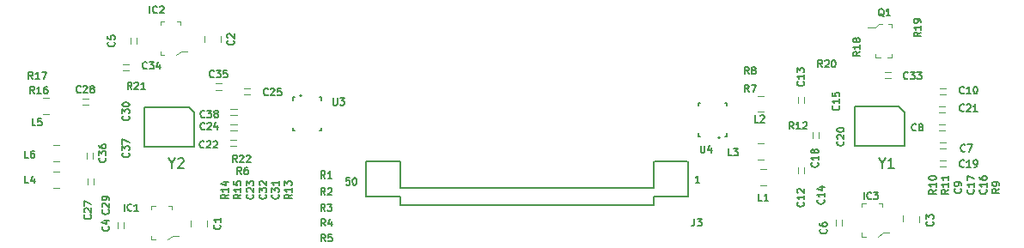
<source format=gbr>
G04 #@! TF.GenerationSoftware,KiCad,Pcbnew,5.1.5+dfsg1-2*
G04 #@! TF.CreationDate,2019-11-29T08:26:34+00:00*
G04 #@! TF.ProjectId,OV9281-Dual-Camera-Board,4f563932-3831-42d4-9475-616c2d43616d,rev?*
G04 #@! TF.SameCoordinates,Original*
G04 #@! TF.FileFunction,Legend,Top*
G04 #@! TF.FilePolarity,Positive*
%FSLAX46Y46*%
G04 Gerber Fmt 4.6, Leading zero omitted, Abs format (unit mm)*
G04 Created by KiCad (PCBNEW 5.1.5+dfsg1-2) date 2019-11-29 08:26:34*
%MOMM*%
%LPD*%
G04 APERTURE LIST*
%ADD10C,0.150000*%
%ADD11C,0.100000*%
%ADD12C,0.120000*%
%ADD13C,0.200000*%
G04 APERTURE END LIST*
D10*
X167020000Y-118026666D02*
X166620000Y-118026666D01*
X166820000Y-118026666D02*
X166820000Y-117326666D01*
X166753333Y-117426666D01*
X166686666Y-117493333D01*
X166620000Y-117526666D01*
X132523333Y-117556666D02*
X132190000Y-117556666D01*
X132156666Y-117890000D01*
X132190000Y-117856666D01*
X132256666Y-117823333D01*
X132423333Y-117823333D01*
X132490000Y-117856666D01*
X132523333Y-117890000D01*
X132556666Y-117956666D01*
X132556666Y-118123333D01*
X132523333Y-118190000D01*
X132490000Y-118223333D01*
X132423333Y-118256666D01*
X132256666Y-118256666D01*
X132190000Y-118223333D01*
X132156666Y-118190000D01*
X132990000Y-117556666D02*
X133056666Y-117556666D01*
X133123333Y-117590000D01*
X133156666Y-117623333D01*
X133190000Y-117690000D01*
X133223333Y-117823333D01*
X133223333Y-117990000D01*
X133190000Y-118123333D01*
X133156666Y-118190000D01*
X133123333Y-118223333D01*
X133056666Y-118256666D01*
X132990000Y-118256666D01*
X132923333Y-118223333D01*
X132890000Y-118190000D01*
X132856666Y-118123333D01*
X132823333Y-117990000D01*
X132823333Y-117823333D01*
X132856666Y-117690000D01*
X132890000Y-117623333D01*
X132923333Y-117590000D01*
X132990000Y-117556666D01*
X137500000Y-119400000D02*
X137500000Y-120225000D01*
X162500000Y-119400000D02*
X162500000Y-120225000D01*
X134190000Y-119400000D02*
X137500000Y-119400000D01*
X165830000Y-119400000D02*
X162500000Y-119400000D01*
X134160000Y-115960000D02*
X134160000Y-119400000D01*
X165860000Y-115950000D02*
X165860000Y-119400000D01*
X137500000Y-115960000D02*
X134160000Y-115960000D01*
X162560000Y-115920000D02*
X165840000Y-115920000D01*
X137500000Y-118575000D02*
X137500000Y-115990000D01*
X162500000Y-118575000D02*
X162500000Y-115920000D01*
X162500000Y-118575000D02*
X137500000Y-118575000D01*
X162500000Y-120225000D02*
X137500000Y-120225000D01*
D11*
X113006000Y-120324000D02*
X113356000Y-120324000D01*
X113006000Y-120674000D02*
X113006000Y-120324000D01*
X115006000Y-120324000D02*
X115006000Y-120674000D01*
X114656000Y-120324000D02*
X115006000Y-120324000D01*
X113006000Y-123624000D02*
X113356000Y-123624000D01*
X113006000Y-123274000D02*
X113006000Y-123624000D01*
X115056000Y-123274000D02*
X114606000Y-123624000D01*
X115656000Y-123274000D02*
X115056000Y-123274000D01*
D12*
X187078000Y-121890000D02*
X187078000Y-121290000D01*
X188678000Y-121910000D02*
X188678000Y-121310000D01*
X118456000Y-121774000D02*
X118456000Y-122374000D01*
X116856000Y-121754000D02*
X116856000Y-122354000D01*
X119794000Y-103594000D02*
X119794000Y-104194000D01*
X118194000Y-103574000D02*
X118194000Y-104174000D01*
X180428000Y-122240000D02*
X180428000Y-121640000D01*
X181028000Y-122240000D02*
X181028000Y-121640000D01*
X110967797Y-104340280D02*
X110967797Y-103740280D01*
X111567797Y-104340280D02*
X111567797Y-103740280D01*
X109656000Y-122524000D02*
X109656000Y-121924000D01*
X110256000Y-122524000D02*
X110256000Y-121924000D01*
D11*
X183028000Y-120040000D02*
X183378000Y-120040000D01*
X183028000Y-120390000D02*
X183028000Y-120040000D01*
X185028000Y-120040000D02*
X185028000Y-120390000D01*
X184678000Y-120040000D02*
X185028000Y-120040000D01*
X183028000Y-123340000D02*
X183378000Y-123340000D01*
X183028000Y-122990000D02*
X183028000Y-123340000D01*
X185078000Y-122990000D02*
X184628000Y-123340000D01*
X185678000Y-122990000D02*
X185078000Y-122990000D01*
X184989900Y-102408000D02*
X184714900Y-102408000D01*
X184714900Y-102408000D02*
X184339900Y-102683000D01*
X184339900Y-102683000D02*
X184339900Y-102733000D01*
X184339900Y-102733000D02*
X183564900Y-102733000D01*
X184814900Y-105708000D02*
X184339900Y-105708000D01*
X184339900Y-105708000D02*
X184339900Y-105358000D01*
X185989900Y-105483000D02*
X185989900Y-105358000D01*
X185989900Y-105408000D02*
X185989900Y-105708000D01*
X185989900Y-105708000D02*
X185539900Y-105708000D01*
X185614900Y-102408000D02*
X185989900Y-102408000D01*
X185989900Y-102408000D02*
X185989900Y-102708000D01*
D10*
X169702500Y-110436000D02*
X169702500Y-110136000D01*
X169702500Y-110136000D02*
X169552500Y-110136000D01*
X166902500Y-110436000D02*
X166902500Y-110136000D01*
X166902500Y-110136000D02*
X167102500Y-110136000D01*
X166902500Y-113136000D02*
X166902500Y-113436000D01*
X166902500Y-113436000D02*
X167102500Y-113436000D01*
X169702500Y-113136000D02*
X169702500Y-113436000D01*
X169702500Y-113436000D02*
X169552500Y-113436000D01*
D13*
X169052500Y-113586000D02*
G75*
G03X169052500Y-113586000I-100000J0D01*
G01*
X127810000Y-109450000D02*
G75*
G03X127810000Y-109450000I-100000J0D01*
G01*
D10*
X126960000Y-109600000D02*
X127110000Y-109600000D01*
X126960000Y-109900000D02*
X126960000Y-109600000D01*
X129760000Y-109600000D02*
X129560000Y-109600000D01*
X129760000Y-109900000D02*
X129760000Y-109600000D01*
X129760000Y-112900000D02*
X129560000Y-112900000D01*
X129760000Y-112600000D02*
X129760000Y-112900000D01*
X126960000Y-112900000D02*
X127110000Y-112900000D01*
X126960000Y-112600000D02*
X126960000Y-112900000D01*
D12*
X172730000Y-111050000D02*
X173330000Y-111050000D01*
X172750000Y-109450000D02*
X173350000Y-109450000D01*
X173020000Y-116710000D02*
X173620000Y-116710000D01*
X173000000Y-118310000D02*
X173600000Y-118310000D01*
X172705000Y-115750000D02*
X173305000Y-115750000D01*
X172725000Y-114150000D02*
X173325000Y-114150000D01*
X103310000Y-116950000D02*
X103910000Y-116950000D01*
X103290000Y-118550000D02*
X103890000Y-118550000D01*
X102305000Y-111275000D02*
X102905000Y-111275000D01*
X102325000Y-109675000D02*
X102925000Y-109675000D01*
X103310000Y-114330000D02*
X103910000Y-114330000D01*
X103290000Y-115930000D02*
X103890000Y-115930000D01*
X122100000Y-109320000D02*
X122700000Y-109320000D01*
X122100000Y-108720000D02*
X122700000Y-108720000D01*
X119350000Y-108260000D02*
X119950000Y-108260000D01*
X119350000Y-108860000D02*
X119950000Y-108860000D01*
X185870000Y-107742000D02*
X185270000Y-107742000D01*
X185870000Y-107142000D02*
X185270000Y-107142000D01*
X120800000Y-112850000D02*
X121400000Y-112850000D01*
X120800000Y-112250000D02*
X121400000Y-112250000D01*
X106670000Y-118240000D02*
X106670000Y-117640000D01*
X107270000Y-118240000D02*
X107270000Y-117640000D01*
X106175000Y-110325000D02*
X106775000Y-110325000D01*
X106175000Y-109725000D02*
X106775000Y-109725000D01*
X106650000Y-115700000D02*
X106650000Y-115100000D01*
X107250000Y-115700000D02*
X107250000Y-115100000D01*
X120800000Y-111375000D02*
X121400000Y-111375000D01*
X120800000Y-110775000D02*
X121400000Y-110775000D01*
X176720000Y-117119738D02*
X176720000Y-116519738D01*
X177320000Y-117119738D02*
X177320000Y-116519738D01*
X190665000Y-114674281D02*
X191265000Y-114674281D01*
X190665000Y-114074281D02*
X191265000Y-114074281D01*
X190665000Y-108745000D02*
X191265000Y-108745000D01*
X190665000Y-109345000D02*
X191265000Y-109345000D01*
X177320000Y-110160000D02*
X177320000Y-109560000D01*
X176720000Y-110160000D02*
X176720000Y-109560000D01*
X120725000Y-113825000D02*
X121325000Y-113825000D01*
X120725000Y-114425000D02*
X121325000Y-114425000D01*
X178750000Y-113675000D02*
X178750000Y-113075000D01*
X178150000Y-113675000D02*
X178150000Y-113075000D01*
X190665000Y-115850710D02*
X191265000Y-115850710D01*
X190665000Y-116450710D02*
X191265000Y-116450710D01*
X190635000Y-111121427D02*
X191235000Y-111121427D01*
X190635000Y-110521427D02*
X191235000Y-110521427D01*
X190645000Y-112297854D02*
X191245000Y-112297854D01*
X190645000Y-112897854D02*
X191245000Y-112897854D01*
X110790000Y-106380000D02*
X110190000Y-106380000D01*
X110790000Y-106980000D02*
X110190000Y-106980000D01*
D11*
X113867797Y-102140280D02*
X114217797Y-102140280D01*
X113867797Y-102490280D02*
X113867797Y-102140280D01*
X115867797Y-102140280D02*
X115867797Y-102490280D01*
X115517797Y-102140280D02*
X115867797Y-102140280D01*
X113867797Y-105440280D02*
X114217797Y-105440280D01*
X113867797Y-105090280D02*
X113867797Y-105440280D01*
X115917797Y-105090280D02*
X115467797Y-105440280D01*
X116517797Y-105090280D02*
X115917797Y-105090280D01*
D10*
X112266664Y-110560000D02*
X116660000Y-110560000D01*
X112260000Y-114460000D02*
X112260000Y-110560000D01*
X117206664Y-114460000D02*
X112266664Y-114460000D01*
X117210000Y-111110000D02*
X117210000Y-114460000D01*
X116660000Y-110560000D02*
X117210000Y-111110000D01*
X186672500Y-110536000D02*
X187222500Y-111086000D01*
X187222500Y-111086000D02*
X187222500Y-114436000D01*
X187219164Y-114436000D02*
X182279164Y-114436000D01*
X182272500Y-114436000D02*
X182272500Y-110536000D01*
X182279164Y-110536000D02*
X186672500Y-110536000D01*
X166516666Y-121616666D02*
X166516666Y-122116666D01*
X166483333Y-122216666D01*
X166416666Y-122283333D01*
X166316666Y-122316666D01*
X166250000Y-122316666D01*
X166783333Y-121616666D02*
X167216666Y-121616666D01*
X166983333Y-121883333D01*
X167083333Y-121883333D01*
X167150000Y-121916666D01*
X167183333Y-121950000D01*
X167216666Y-122016666D01*
X167216666Y-122183333D01*
X167183333Y-122250000D01*
X167150000Y-122283333D01*
X167083333Y-122316666D01*
X166883333Y-122316666D01*
X166816666Y-122283333D01*
X166783333Y-122250000D01*
X176280000Y-112746666D02*
X176046666Y-112413333D01*
X175880000Y-112746666D02*
X175880000Y-112046666D01*
X176146666Y-112046666D01*
X176213333Y-112080000D01*
X176246666Y-112113333D01*
X176280000Y-112180000D01*
X176280000Y-112280000D01*
X176246666Y-112346666D01*
X176213333Y-112380000D01*
X176146666Y-112413333D01*
X175880000Y-112413333D01*
X176946666Y-112746666D02*
X176546666Y-112746666D01*
X176746666Y-112746666D02*
X176746666Y-112046666D01*
X176680000Y-112146666D01*
X176613333Y-112213333D01*
X176546666Y-112246666D01*
X177213333Y-112113333D02*
X177246666Y-112080000D01*
X177313333Y-112046666D01*
X177480000Y-112046666D01*
X177546666Y-112080000D01*
X177580000Y-112113333D01*
X177613333Y-112180000D01*
X177613333Y-112246666D01*
X177580000Y-112346666D01*
X177180000Y-112746666D01*
X177613333Y-112746666D01*
X121430000Y-116016666D02*
X121196666Y-115683333D01*
X121030000Y-116016666D02*
X121030000Y-115316666D01*
X121296666Y-115316666D01*
X121363333Y-115350000D01*
X121396666Y-115383333D01*
X121430000Y-115450000D01*
X121430000Y-115550000D01*
X121396666Y-115616666D01*
X121363333Y-115650000D01*
X121296666Y-115683333D01*
X121030000Y-115683333D01*
X121696666Y-115383333D02*
X121730000Y-115350000D01*
X121796666Y-115316666D01*
X121963333Y-115316666D01*
X122030000Y-115350000D01*
X122063333Y-115383333D01*
X122096666Y-115450000D01*
X122096666Y-115516666D01*
X122063333Y-115616666D01*
X121663333Y-116016666D01*
X122096666Y-116016666D01*
X122363333Y-115383333D02*
X122396666Y-115350000D01*
X122463333Y-115316666D01*
X122630000Y-115316666D01*
X122696666Y-115350000D01*
X122730000Y-115383333D01*
X122763333Y-115450000D01*
X122763333Y-115516666D01*
X122730000Y-115616666D01*
X122330000Y-116016666D01*
X122763333Y-116016666D01*
X121863333Y-117206666D02*
X121630000Y-116873333D01*
X121463333Y-117206666D02*
X121463333Y-116506666D01*
X121730000Y-116506666D01*
X121796666Y-116540000D01*
X121830000Y-116573333D01*
X121863333Y-116640000D01*
X121863333Y-116740000D01*
X121830000Y-116806666D01*
X121796666Y-116840000D01*
X121730000Y-116873333D01*
X121463333Y-116873333D01*
X122463333Y-116506666D02*
X122330000Y-116506666D01*
X122263333Y-116540000D01*
X122230000Y-116573333D01*
X122163333Y-116673333D01*
X122130000Y-116806666D01*
X122130000Y-117073333D01*
X122163333Y-117140000D01*
X122196666Y-117173333D01*
X122263333Y-117206666D01*
X122396666Y-117206666D01*
X122463333Y-117173333D01*
X122496666Y-117140000D01*
X122530000Y-117073333D01*
X122530000Y-116906666D01*
X122496666Y-116840000D01*
X122463333Y-116806666D01*
X122396666Y-116773333D01*
X122263333Y-116773333D01*
X122196666Y-116806666D01*
X122163333Y-116840000D01*
X122130000Y-116906666D01*
X110316666Y-120816666D02*
X110316666Y-120116666D01*
X111050000Y-120750000D02*
X111016666Y-120783333D01*
X110916666Y-120816666D01*
X110850000Y-120816666D01*
X110750000Y-120783333D01*
X110683333Y-120716666D01*
X110650000Y-120650000D01*
X110616666Y-120516666D01*
X110616666Y-120416666D01*
X110650000Y-120283333D01*
X110683333Y-120216666D01*
X110750000Y-120150000D01*
X110850000Y-120116666D01*
X110916666Y-120116666D01*
X111016666Y-120150000D01*
X111050000Y-120183333D01*
X111716666Y-120816666D02*
X111316666Y-120816666D01*
X111516666Y-120816666D02*
X111516666Y-120116666D01*
X111450000Y-120216666D01*
X111383333Y-120283333D01*
X111316666Y-120316666D01*
X190000000Y-121866666D02*
X190033333Y-121900000D01*
X190066666Y-122000000D01*
X190066666Y-122066666D01*
X190033333Y-122166666D01*
X189966666Y-122233333D01*
X189900000Y-122266666D01*
X189766666Y-122300000D01*
X189666666Y-122300000D01*
X189533333Y-122266666D01*
X189466666Y-122233333D01*
X189400000Y-122166666D01*
X189366666Y-122066666D01*
X189366666Y-122000000D01*
X189400000Y-121900000D01*
X189433333Y-121866666D01*
X189366666Y-121633333D02*
X189366666Y-121200000D01*
X189633333Y-121433333D01*
X189633333Y-121333333D01*
X189666666Y-121266666D01*
X189700000Y-121233333D01*
X189766666Y-121200000D01*
X189933333Y-121200000D01*
X190000000Y-121233333D01*
X190033333Y-121266666D01*
X190066666Y-121333333D01*
X190066666Y-121533333D01*
X190033333Y-121600000D01*
X190000000Y-121633333D01*
X119746000Y-122190666D02*
X119779333Y-122224000D01*
X119812666Y-122324000D01*
X119812666Y-122390666D01*
X119779333Y-122490666D01*
X119712666Y-122557333D01*
X119646000Y-122590666D01*
X119512666Y-122624000D01*
X119412666Y-122624000D01*
X119279333Y-122590666D01*
X119212666Y-122557333D01*
X119146000Y-122490666D01*
X119112666Y-122390666D01*
X119112666Y-122324000D01*
X119146000Y-122224000D01*
X119179333Y-122190666D01*
X119812666Y-121524000D02*
X119812666Y-121924000D01*
X119812666Y-121724000D02*
X119112666Y-121724000D01*
X119212666Y-121790666D01*
X119279333Y-121857333D01*
X119312666Y-121924000D01*
X121084000Y-104010666D02*
X121117333Y-104044000D01*
X121150666Y-104144000D01*
X121150666Y-104210666D01*
X121117333Y-104310666D01*
X121050666Y-104377333D01*
X120984000Y-104410666D01*
X120850666Y-104444000D01*
X120750666Y-104444000D01*
X120617333Y-104410666D01*
X120550666Y-104377333D01*
X120484000Y-104310666D01*
X120450666Y-104210666D01*
X120450666Y-104144000D01*
X120484000Y-104044000D01*
X120517333Y-104010666D01*
X120517333Y-103744000D02*
X120484000Y-103710666D01*
X120450666Y-103644000D01*
X120450666Y-103477333D01*
X120484000Y-103410666D01*
X120517333Y-103377333D01*
X120584000Y-103344000D01*
X120650666Y-103344000D01*
X120750666Y-103377333D01*
X121150666Y-103777333D01*
X121150666Y-103344000D01*
X179500000Y-122616666D02*
X179533333Y-122650000D01*
X179566666Y-122750000D01*
X179566666Y-122816666D01*
X179533333Y-122916666D01*
X179466666Y-122983333D01*
X179400000Y-123016666D01*
X179266666Y-123050000D01*
X179166666Y-123050000D01*
X179033333Y-123016666D01*
X178966666Y-122983333D01*
X178900000Y-122916666D01*
X178866666Y-122816666D01*
X178866666Y-122750000D01*
X178900000Y-122650000D01*
X178933333Y-122616666D01*
X178866666Y-122016666D02*
X178866666Y-122150000D01*
X178900000Y-122216666D01*
X178933333Y-122250000D01*
X179033333Y-122316666D01*
X179166666Y-122350000D01*
X179433333Y-122350000D01*
X179500000Y-122316666D01*
X179533333Y-122283333D01*
X179566666Y-122216666D01*
X179566666Y-122083333D01*
X179533333Y-122016666D01*
X179500000Y-121983333D01*
X179433333Y-121950000D01*
X179266666Y-121950000D01*
X179200000Y-121983333D01*
X179166666Y-122016666D01*
X179133333Y-122083333D01*
X179133333Y-122216666D01*
X179166666Y-122283333D01*
X179200000Y-122316666D01*
X179266666Y-122350000D01*
X109317797Y-104156946D02*
X109351130Y-104190280D01*
X109384463Y-104290280D01*
X109384463Y-104356946D01*
X109351130Y-104456946D01*
X109284463Y-104523613D01*
X109217797Y-104556946D01*
X109084463Y-104590280D01*
X108984463Y-104590280D01*
X108851130Y-104556946D01*
X108784463Y-104523613D01*
X108717797Y-104456946D01*
X108684463Y-104356946D01*
X108684463Y-104290280D01*
X108717797Y-104190280D01*
X108751130Y-104156946D01*
X108684463Y-103523613D02*
X108684463Y-103856946D01*
X109017797Y-103890280D01*
X108984463Y-103856946D01*
X108951130Y-103790280D01*
X108951130Y-103623613D01*
X108984463Y-103556946D01*
X109017797Y-103523613D01*
X109084463Y-103490280D01*
X109251130Y-103490280D01*
X109317797Y-103523613D01*
X109351130Y-103556946D01*
X109384463Y-103623613D01*
X109384463Y-103790280D01*
X109351130Y-103856946D01*
X109317797Y-103890280D01*
X108750000Y-122340666D02*
X108783333Y-122374000D01*
X108816666Y-122474000D01*
X108816666Y-122540666D01*
X108783333Y-122640666D01*
X108716666Y-122707333D01*
X108650000Y-122740666D01*
X108516666Y-122774000D01*
X108416666Y-122774000D01*
X108283333Y-122740666D01*
X108216666Y-122707333D01*
X108150000Y-122640666D01*
X108116666Y-122540666D01*
X108116666Y-122474000D01*
X108150000Y-122374000D01*
X108183333Y-122340666D01*
X108350000Y-121740666D02*
X108816666Y-121740666D01*
X108083333Y-121907333D02*
X108583333Y-122074000D01*
X108583333Y-121640666D01*
X183216666Y-119666666D02*
X183216666Y-118966666D01*
X183950000Y-119600000D02*
X183916666Y-119633333D01*
X183816666Y-119666666D01*
X183750000Y-119666666D01*
X183650000Y-119633333D01*
X183583333Y-119566666D01*
X183550000Y-119500000D01*
X183516666Y-119366666D01*
X183516666Y-119266666D01*
X183550000Y-119133333D01*
X183583333Y-119066666D01*
X183650000Y-119000000D01*
X183750000Y-118966666D01*
X183816666Y-118966666D01*
X183916666Y-119000000D01*
X183950000Y-119033333D01*
X184183333Y-118966666D02*
X184616666Y-118966666D01*
X184383333Y-119233333D01*
X184483333Y-119233333D01*
X184550000Y-119266666D01*
X184583333Y-119300000D01*
X184616666Y-119366666D01*
X184616666Y-119533333D01*
X184583333Y-119600000D01*
X184550000Y-119633333D01*
X184483333Y-119666666D01*
X184283333Y-119666666D01*
X184216666Y-119633333D01*
X184183333Y-119600000D01*
X130113333Y-117596666D02*
X129880000Y-117263333D01*
X129713333Y-117596666D02*
X129713333Y-116896666D01*
X129980000Y-116896666D01*
X130046666Y-116930000D01*
X130080000Y-116963333D01*
X130113333Y-117030000D01*
X130113333Y-117130000D01*
X130080000Y-117196666D01*
X130046666Y-117230000D01*
X129980000Y-117263333D01*
X129713333Y-117263333D01*
X130780000Y-117596666D02*
X130380000Y-117596666D01*
X130580000Y-117596666D02*
X130580000Y-116896666D01*
X130513333Y-116996666D01*
X130446666Y-117063333D01*
X130380000Y-117096666D01*
X130113333Y-119256666D02*
X129880000Y-118923333D01*
X129713333Y-119256666D02*
X129713333Y-118556666D01*
X129980000Y-118556666D01*
X130046666Y-118590000D01*
X130080000Y-118623333D01*
X130113333Y-118690000D01*
X130113333Y-118790000D01*
X130080000Y-118856666D01*
X130046666Y-118890000D01*
X129980000Y-118923333D01*
X129713333Y-118923333D01*
X130380000Y-118623333D02*
X130413333Y-118590000D01*
X130480000Y-118556666D01*
X130646666Y-118556666D01*
X130713333Y-118590000D01*
X130746666Y-118623333D01*
X130780000Y-118690000D01*
X130780000Y-118756666D01*
X130746666Y-118856666D01*
X130346666Y-119256666D01*
X130780000Y-119256666D01*
X130113333Y-120816666D02*
X129880000Y-120483333D01*
X129713333Y-120816666D02*
X129713333Y-120116666D01*
X129980000Y-120116666D01*
X130046666Y-120150000D01*
X130080000Y-120183333D01*
X130113333Y-120250000D01*
X130113333Y-120350000D01*
X130080000Y-120416666D01*
X130046666Y-120450000D01*
X129980000Y-120483333D01*
X129713333Y-120483333D01*
X130346666Y-120116666D02*
X130780000Y-120116666D01*
X130546666Y-120383333D01*
X130646666Y-120383333D01*
X130713333Y-120416666D01*
X130746666Y-120450000D01*
X130780000Y-120516666D01*
X130780000Y-120683333D01*
X130746666Y-120750000D01*
X130713333Y-120783333D01*
X130646666Y-120816666D01*
X130446666Y-120816666D01*
X130380000Y-120783333D01*
X130346666Y-120750000D01*
X130133333Y-122316666D02*
X129900000Y-121983333D01*
X129733333Y-122316666D02*
X129733333Y-121616666D01*
X130000000Y-121616666D01*
X130066666Y-121650000D01*
X130100000Y-121683333D01*
X130133333Y-121750000D01*
X130133333Y-121850000D01*
X130100000Y-121916666D01*
X130066666Y-121950000D01*
X130000000Y-121983333D01*
X129733333Y-121983333D01*
X130733333Y-121850000D02*
X130733333Y-122316666D01*
X130566666Y-121583333D02*
X130400000Y-122083333D01*
X130833333Y-122083333D01*
X130133333Y-123816666D02*
X129900000Y-123483333D01*
X129733333Y-123816666D02*
X129733333Y-123116666D01*
X130000000Y-123116666D01*
X130066666Y-123150000D01*
X130100000Y-123183333D01*
X130133333Y-123250000D01*
X130133333Y-123350000D01*
X130100000Y-123416666D01*
X130066666Y-123450000D01*
X130000000Y-123483333D01*
X129733333Y-123483333D01*
X130766666Y-123116666D02*
X130433333Y-123116666D01*
X130400000Y-123450000D01*
X130433333Y-123416666D01*
X130500000Y-123383333D01*
X130666666Y-123383333D01*
X130733333Y-123416666D01*
X130766666Y-123450000D01*
X130800000Y-123516666D01*
X130800000Y-123683333D01*
X130766666Y-123750000D01*
X130733333Y-123783333D01*
X130666666Y-123816666D01*
X130500000Y-123816666D01*
X130433333Y-123783333D01*
X130400000Y-123750000D01*
X185183333Y-101633333D02*
X185116666Y-101600000D01*
X185050000Y-101533333D01*
X184950000Y-101433333D01*
X184883333Y-101400000D01*
X184816666Y-101400000D01*
X184850000Y-101566666D02*
X184783333Y-101533333D01*
X184716666Y-101466666D01*
X184683333Y-101333333D01*
X184683333Y-101100000D01*
X184716666Y-100966666D01*
X184783333Y-100900000D01*
X184850000Y-100866666D01*
X184983333Y-100866666D01*
X185050000Y-100900000D01*
X185116666Y-100966666D01*
X185150000Y-101100000D01*
X185150000Y-101333333D01*
X185116666Y-101466666D01*
X185050000Y-101533333D01*
X184983333Y-101566666D01*
X184850000Y-101566666D01*
X185816666Y-101566666D02*
X185416666Y-101566666D01*
X185616666Y-101566666D02*
X185616666Y-100866666D01*
X185550000Y-100966666D01*
X185483333Y-101033333D01*
X185416666Y-101066666D01*
X167116666Y-114366666D02*
X167116666Y-114933333D01*
X167150000Y-115000000D01*
X167183333Y-115033333D01*
X167250000Y-115066666D01*
X167383333Y-115066666D01*
X167450000Y-115033333D01*
X167483333Y-115000000D01*
X167516666Y-114933333D01*
X167516666Y-114366666D01*
X168150000Y-114600000D02*
X168150000Y-115066666D01*
X167983333Y-114333333D02*
X167816666Y-114833333D01*
X168250000Y-114833333D01*
X130906666Y-109686666D02*
X130906666Y-110253333D01*
X130940000Y-110320000D01*
X130973333Y-110353333D01*
X131040000Y-110386666D01*
X131173333Y-110386666D01*
X131240000Y-110353333D01*
X131273333Y-110320000D01*
X131306666Y-110253333D01*
X131306666Y-109686666D01*
X131573333Y-109686666D02*
X132006666Y-109686666D01*
X131773333Y-109953333D01*
X131873333Y-109953333D01*
X131940000Y-109986666D01*
X131973333Y-110020000D01*
X132006666Y-110086666D01*
X132006666Y-110253333D01*
X131973333Y-110320000D01*
X131940000Y-110353333D01*
X131873333Y-110386666D01*
X131673333Y-110386666D01*
X131606666Y-110353333D01*
X131573333Y-110320000D01*
X172808333Y-112091666D02*
X172475000Y-112091666D01*
X172475000Y-111391666D01*
X173008333Y-111458333D02*
X173041666Y-111425000D01*
X173108333Y-111391666D01*
X173275000Y-111391666D01*
X173341666Y-111425000D01*
X173375000Y-111458333D01*
X173408333Y-111525000D01*
X173408333Y-111591666D01*
X173375000Y-111691666D01*
X172975000Y-112091666D01*
X173408333Y-112091666D01*
X173203333Y-119816666D02*
X172870000Y-119816666D01*
X172870000Y-119116666D01*
X173803333Y-119816666D02*
X173403333Y-119816666D01*
X173603333Y-119816666D02*
X173603333Y-119116666D01*
X173536666Y-119216666D01*
X173470000Y-119283333D01*
X173403333Y-119316666D01*
X170208333Y-115366666D02*
X169875000Y-115366666D01*
X169875000Y-114666666D01*
X170375000Y-114666666D02*
X170808333Y-114666666D01*
X170575000Y-114933333D01*
X170675000Y-114933333D01*
X170741666Y-114966666D01*
X170775000Y-115000000D01*
X170808333Y-115066666D01*
X170808333Y-115233333D01*
X170775000Y-115300000D01*
X170741666Y-115333333D01*
X170675000Y-115366666D01*
X170475000Y-115366666D01*
X170408333Y-115333333D01*
X170375000Y-115300000D01*
X100883333Y-118066666D02*
X100550000Y-118066666D01*
X100550000Y-117366666D01*
X101416666Y-117600000D02*
X101416666Y-118066666D01*
X101250000Y-117333333D02*
X101083333Y-117833333D01*
X101516666Y-117833333D01*
X101583333Y-112391666D02*
X101250000Y-112391666D01*
X101250000Y-111691666D01*
X102150000Y-111691666D02*
X101816666Y-111691666D01*
X101783333Y-112025000D01*
X101816666Y-111991666D01*
X101883333Y-111958333D01*
X102050000Y-111958333D01*
X102116666Y-111991666D01*
X102150000Y-112025000D01*
X102183333Y-112091666D01*
X102183333Y-112258333D01*
X102150000Y-112325000D01*
X102116666Y-112358333D01*
X102050000Y-112391666D01*
X101883333Y-112391666D01*
X101816666Y-112358333D01*
X101783333Y-112325000D01*
X100883333Y-115566666D02*
X100550000Y-115566666D01*
X100550000Y-114866666D01*
X101416666Y-114866666D02*
X101283333Y-114866666D01*
X101216666Y-114900000D01*
X101183333Y-114933333D01*
X101116666Y-115033333D01*
X101083333Y-115166666D01*
X101083333Y-115433333D01*
X101116666Y-115500000D01*
X101150000Y-115533333D01*
X101216666Y-115566666D01*
X101350000Y-115566666D01*
X101416666Y-115533333D01*
X101450000Y-115500000D01*
X101483333Y-115433333D01*
X101483333Y-115266666D01*
X101450000Y-115200000D01*
X101416666Y-115166666D01*
X101350000Y-115133333D01*
X101216666Y-115133333D01*
X101150000Y-115166666D01*
X101116666Y-115200000D01*
X101083333Y-115266666D01*
X124480000Y-109350000D02*
X124446666Y-109383333D01*
X124346666Y-109416666D01*
X124280000Y-109416666D01*
X124180000Y-109383333D01*
X124113333Y-109316666D01*
X124080000Y-109250000D01*
X124046666Y-109116666D01*
X124046666Y-109016666D01*
X124080000Y-108883333D01*
X124113333Y-108816666D01*
X124180000Y-108750000D01*
X124280000Y-108716666D01*
X124346666Y-108716666D01*
X124446666Y-108750000D01*
X124480000Y-108783333D01*
X124746666Y-108783333D02*
X124780000Y-108750000D01*
X124846666Y-108716666D01*
X125013333Y-108716666D01*
X125080000Y-108750000D01*
X125113333Y-108783333D01*
X125146666Y-108850000D01*
X125146666Y-108916666D01*
X125113333Y-109016666D01*
X124713333Y-109416666D01*
X125146666Y-109416666D01*
X125780000Y-108716666D02*
X125446666Y-108716666D01*
X125413333Y-109050000D01*
X125446666Y-109016666D01*
X125513333Y-108983333D01*
X125680000Y-108983333D01*
X125746666Y-109016666D01*
X125780000Y-109050000D01*
X125813333Y-109116666D01*
X125813333Y-109283333D01*
X125780000Y-109350000D01*
X125746666Y-109383333D01*
X125680000Y-109416666D01*
X125513333Y-109416666D01*
X125446666Y-109383333D01*
X125413333Y-109350000D01*
X119150000Y-107590000D02*
X119116666Y-107623333D01*
X119016666Y-107656666D01*
X118950000Y-107656666D01*
X118850000Y-107623333D01*
X118783333Y-107556666D01*
X118750000Y-107490000D01*
X118716666Y-107356666D01*
X118716666Y-107256666D01*
X118750000Y-107123333D01*
X118783333Y-107056666D01*
X118850000Y-106990000D01*
X118950000Y-106956666D01*
X119016666Y-106956666D01*
X119116666Y-106990000D01*
X119150000Y-107023333D01*
X119383333Y-106956666D02*
X119816666Y-106956666D01*
X119583333Y-107223333D01*
X119683333Y-107223333D01*
X119750000Y-107256666D01*
X119783333Y-107290000D01*
X119816666Y-107356666D01*
X119816666Y-107523333D01*
X119783333Y-107590000D01*
X119750000Y-107623333D01*
X119683333Y-107656666D01*
X119483333Y-107656666D01*
X119416666Y-107623333D01*
X119383333Y-107590000D01*
X120450000Y-106956666D02*
X120116666Y-106956666D01*
X120083333Y-107290000D01*
X120116666Y-107256666D01*
X120183333Y-107223333D01*
X120350000Y-107223333D01*
X120416666Y-107256666D01*
X120450000Y-107290000D01*
X120483333Y-107356666D01*
X120483333Y-107523333D01*
X120450000Y-107590000D01*
X120416666Y-107623333D01*
X120350000Y-107656666D01*
X120183333Y-107656666D01*
X120116666Y-107623333D01*
X120083333Y-107590000D01*
X187550000Y-107750000D02*
X187516666Y-107783333D01*
X187416666Y-107816666D01*
X187350000Y-107816666D01*
X187250000Y-107783333D01*
X187183333Y-107716666D01*
X187150000Y-107650000D01*
X187116666Y-107516666D01*
X187116666Y-107416666D01*
X187150000Y-107283333D01*
X187183333Y-107216666D01*
X187250000Y-107150000D01*
X187350000Y-107116666D01*
X187416666Y-107116666D01*
X187516666Y-107150000D01*
X187550000Y-107183333D01*
X187783333Y-107116666D02*
X188216666Y-107116666D01*
X187983333Y-107383333D01*
X188083333Y-107383333D01*
X188150000Y-107416666D01*
X188183333Y-107450000D01*
X188216666Y-107516666D01*
X188216666Y-107683333D01*
X188183333Y-107750000D01*
X188150000Y-107783333D01*
X188083333Y-107816666D01*
X187883333Y-107816666D01*
X187816666Y-107783333D01*
X187783333Y-107750000D01*
X188450000Y-107116666D02*
X188883333Y-107116666D01*
X188650000Y-107383333D01*
X188750000Y-107383333D01*
X188816666Y-107416666D01*
X188850000Y-107450000D01*
X188883333Y-107516666D01*
X188883333Y-107683333D01*
X188850000Y-107750000D01*
X188816666Y-107783333D01*
X188750000Y-107816666D01*
X188550000Y-107816666D01*
X188483333Y-107783333D01*
X188450000Y-107750000D01*
X118250000Y-112735000D02*
X118216666Y-112768333D01*
X118116666Y-112801666D01*
X118050000Y-112801666D01*
X117950000Y-112768333D01*
X117883333Y-112701666D01*
X117850000Y-112635000D01*
X117816666Y-112501666D01*
X117816666Y-112401666D01*
X117850000Y-112268333D01*
X117883333Y-112201666D01*
X117950000Y-112135000D01*
X118050000Y-112101666D01*
X118116666Y-112101666D01*
X118216666Y-112135000D01*
X118250000Y-112168333D01*
X118516666Y-112168333D02*
X118550000Y-112135000D01*
X118616666Y-112101666D01*
X118783333Y-112101666D01*
X118850000Y-112135000D01*
X118883333Y-112168333D01*
X118916666Y-112235000D01*
X118916666Y-112301666D01*
X118883333Y-112401666D01*
X118483333Y-112801666D01*
X118916666Y-112801666D01*
X119516666Y-112335000D02*
X119516666Y-112801666D01*
X119350000Y-112068333D02*
X119183333Y-112568333D01*
X119616666Y-112568333D01*
X107000000Y-121200000D02*
X107033333Y-121233333D01*
X107066666Y-121333333D01*
X107066666Y-121400000D01*
X107033333Y-121500000D01*
X106966666Y-121566666D01*
X106900000Y-121600000D01*
X106766666Y-121633333D01*
X106666666Y-121633333D01*
X106533333Y-121600000D01*
X106466666Y-121566666D01*
X106400000Y-121500000D01*
X106366666Y-121400000D01*
X106366666Y-121333333D01*
X106400000Y-121233333D01*
X106433333Y-121200000D01*
X106433333Y-120933333D02*
X106400000Y-120900000D01*
X106366666Y-120833333D01*
X106366666Y-120666666D01*
X106400000Y-120600000D01*
X106433333Y-120566666D01*
X106500000Y-120533333D01*
X106566666Y-120533333D01*
X106666666Y-120566666D01*
X107066666Y-120966666D01*
X107066666Y-120533333D01*
X106366666Y-120300000D02*
X106366666Y-119833333D01*
X107066666Y-120133333D01*
X106025000Y-109100000D02*
X105991666Y-109133333D01*
X105891666Y-109166666D01*
X105825000Y-109166666D01*
X105725000Y-109133333D01*
X105658333Y-109066666D01*
X105625000Y-109000000D01*
X105591666Y-108866666D01*
X105591666Y-108766666D01*
X105625000Y-108633333D01*
X105658333Y-108566666D01*
X105725000Y-108500000D01*
X105825000Y-108466666D01*
X105891666Y-108466666D01*
X105991666Y-108500000D01*
X106025000Y-108533333D01*
X106291666Y-108533333D02*
X106325000Y-108500000D01*
X106391666Y-108466666D01*
X106558333Y-108466666D01*
X106625000Y-108500000D01*
X106658333Y-108533333D01*
X106691666Y-108600000D01*
X106691666Y-108666666D01*
X106658333Y-108766666D01*
X106258333Y-109166666D01*
X106691666Y-109166666D01*
X107091666Y-108766666D02*
X107025000Y-108733333D01*
X106991666Y-108700000D01*
X106958333Y-108633333D01*
X106958333Y-108600000D01*
X106991666Y-108533333D01*
X107025000Y-108500000D01*
X107091666Y-108466666D01*
X107225000Y-108466666D01*
X107291666Y-108500000D01*
X107325000Y-108533333D01*
X107358333Y-108600000D01*
X107358333Y-108633333D01*
X107325000Y-108700000D01*
X107291666Y-108733333D01*
X107225000Y-108766666D01*
X107091666Y-108766666D01*
X107025000Y-108800000D01*
X106991666Y-108833333D01*
X106958333Y-108900000D01*
X106958333Y-109033333D01*
X106991666Y-109100000D01*
X107025000Y-109133333D01*
X107091666Y-109166666D01*
X107225000Y-109166666D01*
X107291666Y-109133333D01*
X107325000Y-109100000D01*
X107358333Y-109033333D01*
X107358333Y-108900000D01*
X107325000Y-108833333D01*
X107291666Y-108800000D01*
X107225000Y-108766666D01*
X108450000Y-115575000D02*
X108483333Y-115608333D01*
X108516666Y-115708333D01*
X108516666Y-115775000D01*
X108483333Y-115875000D01*
X108416666Y-115941666D01*
X108350000Y-115975000D01*
X108216666Y-116008333D01*
X108116666Y-116008333D01*
X107983333Y-115975000D01*
X107916666Y-115941666D01*
X107850000Y-115875000D01*
X107816666Y-115775000D01*
X107816666Y-115708333D01*
X107850000Y-115608333D01*
X107883333Y-115575000D01*
X107816666Y-115341666D02*
X107816666Y-114908333D01*
X108083333Y-115141666D01*
X108083333Y-115041666D01*
X108116666Y-114975000D01*
X108150000Y-114941666D01*
X108216666Y-114908333D01*
X108383333Y-114908333D01*
X108450000Y-114941666D01*
X108483333Y-114975000D01*
X108516666Y-115041666D01*
X108516666Y-115241666D01*
X108483333Y-115308333D01*
X108450000Y-115341666D01*
X107816666Y-114308333D02*
X107816666Y-114441666D01*
X107850000Y-114508333D01*
X107883333Y-114541666D01*
X107983333Y-114608333D01*
X108116666Y-114641666D01*
X108383333Y-114641666D01*
X108450000Y-114608333D01*
X108483333Y-114575000D01*
X108516666Y-114508333D01*
X108516666Y-114375000D01*
X108483333Y-114308333D01*
X108450000Y-114275000D01*
X108383333Y-114241666D01*
X108216666Y-114241666D01*
X108150000Y-114275000D01*
X108116666Y-114308333D01*
X108083333Y-114375000D01*
X108083333Y-114508333D01*
X108116666Y-114575000D01*
X108150000Y-114608333D01*
X108216666Y-114641666D01*
X118250000Y-111532500D02*
X118216666Y-111565833D01*
X118116666Y-111599166D01*
X118050000Y-111599166D01*
X117950000Y-111565833D01*
X117883333Y-111499166D01*
X117850000Y-111432500D01*
X117816666Y-111299166D01*
X117816666Y-111199166D01*
X117850000Y-111065833D01*
X117883333Y-110999166D01*
X117950000Y-110932500D01*
X118050000Y-110899166D01*
X118116666Y-110899166D01*
X118216666Y-110932500D01*
X118250000Y-110965833D01*
X118483333Y-110899166D02*
X118916666Y-110899166D01*
X118683333Y-111165833D01*
X118783333Y-111165833D01*
X118850000Y-111199166D01*
X118883333Y-111232500D01*
X118916666Y-111299166D01*
X118916666Y-111465833D01*
X118883333Y-111532500D01*
X118850000Y-111565833D01*
X118783333Y-111599166D01*
X118583333Y-111599166D01*
X118516666Y-111565833D01*
X118483333Y-111532500D01*
X119316666Y-111199166D02*
X119250000Y-111165833D01*
X119216666Y-111132500D01*
X119183333Y-111065833D01*
X119183333Y-111032500D01*
X119216666Y-110965833D01*
X119250000Y-110932500D01*
X119316666Y-110899166D01*
X119450000Y-110899166D01*
X119516666Y-110932500D01*
X119550000Y-110965833D01*
X119583333Y-111032500D01*
X119583333Y-111065833D01*
X119550000Y-111132500D01*
X119516666Y-111165833D01*
X119450000Y-111199166D01*
X119316666Y-111199166D01*
X119250000Y-111232500D01*
X119216666Y-111265833D01*
X119183333Y-111332500D01*
X119183333Y-111465833D01*
X119216666Y-111532500D01*
X119250000Y-111565833D01*
X119316666Y-111599166D01*
X119450000Y-111599166D01*
X119516666Y-111565833D01*
X119550000Y-111532500D01*
X119583333Y-111465833D01*
X119583333Y-111332500D01*
X119550000Y-111265833D01*
X119516666Y-111232500D01*
X119450000Y-111199166D01*
X177250000Y-119950000D02*
X177283333Y-119983333D01*
X177316666Y-120083333D01*
X177316666Y-120150000D01*
X177283333Y-120250000D01*
X177216666Y-120316666D01*
X177150000Y-120350000D01*
X177016666Y-120383333D01*
X176916666Y-120383333D01*
X176783333Y-120350000D01*
X176716666Y-120316666D01*
X176650000Y-120250000D01*
X176616666Y-120150000D01*
X176616666Y-120083333D01*
X176650000Y-119983333D01*
X176683333Y-119950000D01*
X177316666Y-119283333D02*
X177316666Y-119683333D01*
X177316666Y-119483333D02*
X176616666Y-119483333D01*
X176716666Y-119550000D01*
X176783333Y-119616666D01*
X176816666Y-119683333D01*
X176683333Y-119016666D02*
X176650000Y-118983333D01*
X176616666Y-118916666D01*
X176616666Y-118750000D01*
X176650000Y-118683333D01*
X176683333Y-118650000D01*
X176750000Y-118616666D01*
X176816666Y-118616666D01*
X176916666Y-118650000D01*
X177316666Y-119050000D01*
X177316666Y-118616666D01*
X193183333Y-114900000D02*
X193150000Y-114933333D01*
X193050000Y-114966666D01*
X192983333Y-114966666D01*
X192883333Y-114933333D01*
X192816666Y-114866666D01*
X192783333Y-114800000D01*
X192750000Y-114666666D01*
X192750000Y-114566666D01*
X192783333Y-114433333D01*
X192816666Y-114366666D01*
X192883333Y-114300000D01*
X192983333Y-114266666D01*
X193050000Y-114266666D01*
X193150000Y-114300000D01*
X193183333Y-114333333D01*
X193416666Y-114266666D02*
X193883333Y-114266666D01*
X193583333Y-114966666D01*
X193075000Y-109175000D02*
X193041666Y-109208333D01*
X192941666Y-109241666D01*
X192875000Y-109241666D01*
X192775000Y-109208333D01*
X192708333Y-109141666D01*
X192675000Y-109075000D01*
X192641666Y-108941666D01*
X192641666Y-108841666D01*
X192675000Y-108708333D01*
X192708333Y-108641666D01*
X192775000Y-108575000D01*
X192875000Y-108541666D01*
X192941666Y-108541666D01*
X193041666Y-108575000D01*
X193075000Y-108608333D01*
X193741666Y-109241666D02*
X193341666Y-109241666D01*
X193541666Y-109241666D02*
X193541666Y-108541666D01*
X193475000Y-108641666D01*
X193408333Y-108708333D01*
X193341666Y-108741666D01*
X194175000Y-108541666D02*
X194241666Y-108541666D01*
X194308333Y-108575000D01*
X194341666Y-108608333D01*
X194375000Y-108675000D01*
X194408333Y-108808333D01*
X194408333Y-108975000D01*
X194375000Y-109108333D01*
X194341666Y-109175000D01*
X194308333Y-109208333D01*
X194241666Y-109241666D01*
X194175000Y-109241666D01*
X194108333Y-109208333D01*
X194075000Y-109175000D01*
X194041666Y-109108333D01*
X194008333Y-108975000D01*
X194008333Y-108808333D01*
X194041666Y-108675000D01*
X194075000Y-108608333D01*
X194108333Y-108575000D01*
X194175000Y-108541666D01*
X177250000Y-108050000D02*
X177283333Y-108083333D01*
X177316666Y-108183333D01*
X177316666Y-108250000D01*
X177283333Y-108350000D01*
X177216666Y-108416666D01*
X177150000Y-108450000D01*
X177016666Y-108483333D01*
X176916666Y-108483333D01*
X176783333Y-108450000D01*
X176716666Y-108416666D01*
X176650000Y-108350000D01*
X176616666Y-108250000D01*
X176616666Y-108183333D01*
X176650000Y-108083333D01*
X176683333Y-108050000D01*
X177316666Y-107383333D02*
X177316666Y-107783333D01*
X177316666Y-107583333D02*
X176616666Y-107583333D01*
X176716666Y-107650000D01*
X176783333Y-107716666D01*
X176816666Y-107783333D01*
X176616666Y-107150000D02*
X176616666Y-106716666D01*
X176883333Y-106950000D01*
X176883333Y-106850000D01*
X176916666Y-106783333D01*
X176950000Y-106750000D01*
X177016666Y-106716666D01*
X177183333Y-106716666D01*
X177250000Y-106750000D01*
X177283333Y-106783333D01*
X177316666Y-106850000D01*
X177316666Y-107050000D01*
X177283333Y-107116666D01*
X177250000Y-107150000D01*
X118175000Y-114537500D02*
X118141666Y-114570833D01*
X118041666Y-114604166D01*
X117975000Y-114604166D01*
X117875000Y-114570833D01*
X117808333Y-114504166D01*
X117775000Y-114437500D01*
X117741666Y-114304166D01*
X117741666Y-114204166D01*
X117775000Y-114070833D01*
X117808333Y-114004166D01*
X117875000Y-113937500D01*
X117975000Y-113904166D01*
X118041666Y-113904166D01*
X118141666Y-113937500D01*
X118175000Y-113970833D01*
X118441666Y-113970833D02*
X118475000Y-113937500D01*
X118541666Y-113904166D01*
X118708333Y-113904166D01*
X118775000Y-113937500D01*
X118808333Y-113970833D01*
X118841666Y-114037500D01*
X118841666Y-114104166D01*
X118808333Y-114204166D01*
X118408333Y-114604166D01*
X118841666Y-114604166D01*
X119108333Y-113970833D02*
X119141666Y-113937500D01*
X119208333Y-113904166D01*
X119375000Y-113904166D01*
X119441666Y-113937500D01*
X119475000Y-113970833D01*
X119508333Y-114037500D01*
X119508333Y-114104166D01*
X119475000Y-114204166D01*
X119075000Y-114604166D01*
X119508333Y-114604166D01*
X178650000Y-116050000D02*
X178683333Y-116083333D01*
X178716666Y-116183333D01*
X178716666Y-116250000D01*
X178683333Y-116350000D01*
X178616666Y-116416666D01*
X178550000Y-116450000D01*
X178416666Y-116483333D01*
X178316666Y-116483333D01*
X178183333Y-116450000D01*
X178116666Y-116416666D01*
X178050000Y-116350000D01*
X178016666Y-116250000D01*
X178016666Y-116183333D01*
X178050000Y-116083333D01*
X178083333Y-116050000D01*
X178716666Y-115383333D02*
X178716666Y-115783333D01*
X178716666Y-115583333D02*
X178016666Y-115583333D01*
X178116666Y-115650000D01*
X178183333Y-115716666D01*
X178216666Y-115783333D01*
X178316666Y-114983333D02*
X178283333Y-115050000D01*
X178250000Y-115083333D01*
X178183333Y-115116666D01*
X178150000Y-115116666D01*
X178083333Y-115083333D01*
X178050000Y-115050000D01*
X178016666Y-114983333D01*
X178016666Y-114850000D01*
X178050000Y-114783333D01*
X178083333Y-114750000D01*
X178150000Y-114716666D01*
X178183333Y-114716666D01*
X178250000Y-114750000D01*
X178283333Y-114783333D01*
X178316666Y-114850000D01*
X178316666Y-114983333D01*
X178350000Y-115050000D01*
X178383333Y-115083333D01*
X178450000Y-115116666D01*
X178583333Y-115116666D01*
X178650000Y-115083333D01*
X178683333Y-115050000D01*
X178716666Y-114983333D01*
X178716666Y-114850000D01*
X178683333Y-114783333D01*
X178650000Y-114750000D01*
X178583333Y-114716666D01*
X178450000Y-114716666D01*
X178383333Y-114750000D01*
X178350000Y-114783333D01*
X178316666Y-114850000D01*
X193075000Y-116425000D02*
X193041666Y-116458333D01*
X192941666Y-116491666D01*
X192875000Y-116491666D01*
X192775000Y-116458333D01*
X192708333Y-116391666D01*
X192675000Y-116325000D01*
X192641666Y-116191666D01*
X192641666Y-116091666D01*
X192675000Y-115958333D01*
X192708333Y-115891666D01*
X192775000Y-115825000D01*
X192875000Y-115791666D01*
X192941666Y-115791666D01*
X193041666Y-115825000D01*
X193075000Y-115858333D01*
X193741666Y-116491666D02*
X193341666Y-116491666D01*
X193541666Y-116491666D02*
X193541666Y-115791666D01*
X193475000Y-115891666D01*
X193408333Y-115958333D01*
X193341666Y-115991666D01*
X194075000Y-116491666D02*
X194208333Y-116491666D01*
X194275000Y-116458333D01*
X194308333Y-116425000D01*
X194375000Y-116325000D01*
X194408333Y-116191666D01*
X194408333Y-115925000D01*
X194375000Y-115858333D01*
X194341666Y-115825000D01*
X194275000Y-115791666D01*
X194141666Y-115791666D01*
X194075000Y-115825000D01*
X194041666Y-115858333D01*
X194008333Y-115925000D01*
X194008333Y-116091666D01*
X194041666Y-116158333D01*
X194075000Y-116191666D01*
X194141666Y-116225000D01*
X194275000Y-116225000D01*
X194341666Y-116191666D01*
X194375000Y-116158333D01*
X194408333Y-116091666D01*
X193075000Y-110925000D02*
X193041666Y-110958333D01*
X192941666Y-110991666D01*
X192875000Y-110991666D01*
X192775000Y-110958333D01*
X192708333Y-110891666D01*
X192675000Y-110825000D01*
X192641666Y-110691666D01*
X192641666Y-110591666D01*
X192675000Y-110458333D01*
X192708333Y-110391666D01*
X192775000Y-110325000D01*
X192875000Y-110291666D01*
X192941666Y-110291666D01*
X193041666Y-110325000D01*
X193075000Y-110358333D01*
X193341666Y-110358333D02*
X193375000Y-110325000D01*
X193441666Y-110291666D01*
X193608333Y-110291666D01*
X193675000Y-110325000D01*
X193708333Y-110358333D01*
X193741666Y-110425000D01*
X193741666Y-110491666D01*
X193708333Y-110591666D01*
X193308333Y-110991666D01*
X193741666Y-110991666D01*
X194408333Y-110991666D02*
X194008333Y-110991666D01*
X194208333Y-110991666D02*
X194208333Y-110291666D01*
X194141666Y-110391666D01*
X194075000Y-110458333D01*
X194008333Y-110491666D01*
X188358333Y-112850000D02*
X188325000Y-112883333D01*
X188225000Y-112916666D01*
X188158333Y-112916666D01*
X188058333Y-112883333D01*
X187991666Y-112816666D01*
X187958333Y-112750000D01*
X187925000Y-112616666D01*
X187925000Y-112516666D01*
X187958333Y-112383333D01*
X187991666Y-112316666D01*
X188058333Y-112250000D01*
X188158333Y-112216666D01*
X188225000Y-112216666D01*
X188325000Y-112250000D01*
X188358333Y-112283333D01*
X188758333Y-112516666D02*
X188691666Y-112483333D01*
X188658333Y-112450000D01*
X188625000Y-112383333D01*
X188625000Y-112350000D01*
X188658333Y-112283333D01*
X188691666Y-112250000D01*
X188758333Y-112216666D01*
X188891666Y-112216666D01*
X188958333Y-112250000D01*
X188991666Y-112283333D01*
X189025000Y-112350000D01*
X189025000Y-112383333D01*
X188991666Y-112450000D01*
X188958333Y-112483333D01*
X188891666Y-112516666D01*
X188758333Y-112516666D01*
X188691666Y-112550000D01*
X188658333Y-112583333D01*
X188625000Y-112650000D01*
X188625000Y-112783333D01*
X188658333Y-112850000D01*
X188691666Y-112883333D01*
X188758333Y-112916666D01*
X188891666Y-112916666D01*
X188958333Y-112883333D01*
X188991666Y-112850000D01*
X189025000Y-112783333D01*
X189025000Y-112650000D01*
X188991666Y-112583333D01*
X188958333Y-112550000D01*
X188891666Y-112516666D01*
X171883333Y-109066666D02*
X171650000Y-108733333D01*
X171483333Y-109066666D02*
X171483333Y-108366666D01*
X171750000Y-108366666D01*
X171816666Y-108400000D01*
X171850000Y-108433333D01*
X171883333Y-108500000D01*
X171883333Y-108600000D01*
X171850000Y-108666666D01*
X171816666Y-108700000D01*
X171750000Y-108733333D01*
X171483333Y-108733333D01*
X172116666Y-108366666D02*
X172583333Y-108366666D01*
X172283333Y-109066666D01*
X179102500Y-106632666D02*
X178869166Y-106299333D01*
X178702500Y-106632666D02*
X178702500Y-105932666D01*
X178969166Y-105932666D01*
X179035833Y-105966000D01*
X179069166Y-105999333D01*
X179102500Y-106066000D01*
X179102500Y-106166000D01*
X179069166Y-106232666D01*
X179035833Y-106266000D01*
X178969166Y-106299333D01*
X178702500Y-106299333D01*
X179369166Y-105999333D02*
X179402500Y-105966000D01*
X179469166Y-105932666D01*
X179635833Y-105932666D01*
X179702500Y-105966000D01*
X179735833Y-105999333D01*
X179769166Y-106066000D01*
X179769166Y-106132666D01*
X179735833Y-106232666D01*
X179335833Y-106632666D01*
X179769166Y-106632666D01*
X180202500Y-105932666D02*
X180269166Y-105932666D01*
X180335833Y-105966000D01*
X180369166Y-105999333D01*
X180402500Y-106066000D01*
X180435833Y-106199333D01*
X180435833Y-106366000D01*
X180402500Y-106499333D01*
X180369166Y-106566000D01*
X180335833Y-106599333D01*
X180269166Y-106632666D01*
X180202500Y-106632666D01*
X180135833Y-106599333D01*
X180102500Y-106566000D01*
X180069166Y-106499333D01*
X180035833Y-106366000D01*
X180035833Y-106199333D01*
X180069166Y-106066000D01*
X180102500Y-105999333D01*
X180135833Y-105966000D01*
X180202500Y-105932666D01*
X188816666Y-103200000D02*
X188483333Y-103433333D01*
X188816666Y-103600000D02*
X188116666Y-103600000D01*
X188116666Y-103333333D01*
X188150000Y-103266666D01*
X188183333Y-103233333D01*
X188250000Y-103200000D01*
X188350000Y-103200000D01*
X188416666Y-103233333D01*
X188450000Y-103266666D01*
X188483333Y-103333333D01*
X188483333Y-103600000D01*
X188816666Y-102533333D02*
X188816666Y-102933333D01*
X188816666Y-102733333D02*
X188116666Y-102733333D01*
X188216666Y-102800000D01*
X188283333Y-102866666D01*
X188316666Y-102933333D01*
X188816666Y-102200000D02*
X188816666Y-102066666D01*
X188783333Y-102000000D01*
X188750000Y-101966666D01*
X188650000Y-101900000D01*
X188516666Y-101866666D01*
X188250000Y-101866666D01*
X188183333Y-101900000D01*
X188150000Y-101933333D01*
X188116666Y-102000000D01*
X188116666Y-102133333D01*
X188150000Y-102200000D01*
X188183333Y-102233333D01*
X188250000Y-102266666D01*
X188416666Y-102266666D01*
X188483333Y-102233333D01*
X188516666Y-102200000D01*
X188550000Y-102133333D01*
X188550000Y-102000000D01*
X188516666Y-101933333D01*
X188483333Y-101900000D01*
X188416666Y-101866666D01*
X196566666Y-118616666D02*
X196233333Y-118850000D01*
X196566666Y-119016666D02*
X195866666Y-119016666D01*
X195866666Y-118750000D01*
X195900000Y-118683333D01*
X195933333Y-118650000D01*
X196000000Y-118616666D01*
X196100000Y-118616666D01*
X196166666Y-118650000D01*
X196200000Y-118683333D01*
X196233333Y-118750000D01*
X196233333Y-119016666D01*
X196566666Y-118283333D02*
X196566666Y-118150000D01*
X196533333Y-118083333D01*
X196500000Y-118050000D01*
X196400000Y-117983333D01*
X196266666Y-117950000D01*
X196000000Y-117950000D01*
X195933333Y-117983333D01*
X195900000Y-118016666D01*
X195866666Y-118083333D01*
X195866666Y-118216666D01*
X195900000Y-118283333D01*
X195933333Y-118316666D01*
X196000000Y-118350000D01*
X196166666Y-118350000D01*
X196233333Y-118316666D01*
X196266666Y-118283333D01*
X196300000Y-118216666D01*
X196300000Y-118083333D01*
X196266666Y-118016666D01*
X196233333Y-117983333D01*
X196166666Y-117950000D01*
X190316666Y-118700000D02*
X189983333Y-118933333D01*
X190316666Y-119100000D02*
X189616666Y-119100000D01*
X189616666Y-118833333D01*
X189650000Y-118766666D01*
X189683333Y-118733333D01*
X189750000Y-118700000D01*
X189850000Y-118700000D01*
X189916666Y-118733333D01*
X189950000Y-118766666D01*
X189983333Y-118833333D01*
X189983333Y-119100000D01*
X190316666Y-118033333D02*
X190316666Y-118433333D01*
X190316666Y-118233333D02*
X189616666Y-118233333D01*
X189716666Y-118300000D01*
X189783333Y-118366666D01*
X189816666Y-118433333D01*
X189616666Y-117600000D02*
X189616666Y-117533333D01*
X189650000Y-117466666D01*
X189683333Y-117433333D01*
X189750000Y-117400000D01*
X189883333Y-117366666D01*
X190050000Y-117366666D01*
X190183333Y-117400000D01*
X190250000Y-117433333D01*
X190283333Y-117466666D01*
X190316666Y-117533333D01*
X190316666Y-117600000D01*
X190283333Y-117666666D01*
X190250000Y-117700000D01*
X190183333Y-117733333D01*
X190050000Y-117766666D01*
X189883333Y-117766666D01*
X189750000Y-117733333D01*
X189683333Y-117700000D01*
X189650000Y-117666666D01*
X189616666Y-117600000D01*
X191566666Y-118700000D02*
X191233333Y-118933333D01*
X191566666Y-119100000D02*
X190866666Y-119100000D01*
X190866666Y-118833333D01*
X190900000Y-118766666D01*
X190933333Y-118733333D01*
X191000000Y-118700000D01*
X191100000Y-118700000D01*
X191166666Y-118733333D01*
X191200000Y-118766666D01*
X191233333Y-118833333D01*
X191233333Y-119100000D01*
X191566666Y-118033333D02*
X191566666Y-118433333D01*
X191566666Y-118233333D02*
X190866666Y-118233333D01*
X190966666Y-118300000D01*
X191033333Y-118366666D01*
X191066666Y-118433333D01*
X191566666Y-117366666D02*
X191566666Y-117766666D01*
X191566666Y-117566666D02*
X190866666Y-117566666D01*
X190966666Y-117633333D01*
X191033333Y-117700000D01*
X191066666Y-117766666D01*
X182842666Y-105098000D02*
X182509333Y-105331333D01*
X182842666Y-105498000D02*
X182142666Y-105498000D01*
X182142666Y-105231333D01*
X182176000Y-105164666D01*
X182209333Y-105131333D01*
X182276000Y-105098000D01*
X182376000Y-105098000D01*
X182442666Y-105131333D01*
X182476000Y-105164666D01*
X182509333Y-105231333D01*
X182509333Y-105498000D01*
X182842666Y-104431333D02*
X182842666Y-104831333D01*
X182842666Y-104631333D02*
X182142666Y-104631333D01*
X182242666Y-104698000D01*
X182309333Y-104764666D01*
X182342666Y-104831333D01*
X182442666Y-104031333D02*
X182409333Y-104098000D01*
X182376000Y-104131333D01*
X182309333Y-104164666D01*
X182276000Y-104164666D01*
X182209333Y-104131333D01*
X182176000Y-104098000D01*
X182142666Y-104031333D01*
X182142666Y-103898000D01*
X182176000Y-103831333D01*
X182209333Y-103798000D01*
X182276000Y-103764666D01*
X182309333Y-103764666D01*
X182376000Y-103798000D01*
X182409333Y-103831333D01*
X182442666Y-103898000D01*
X182442666Y-104031333D01*
X182476000Y-104098000D01*
X182509333Y-104131333D01*
X182576000Y-104164666D01*
X182709333Y-104164666D01*
X182776000Y-104131333D01*
X182809333Y-104098000D01*
X182842666Y-104031333D01*
X182842666Y-103898000D01*
X182809333Y-103831333D01*
X182776000Y-103798000D01*
X182709333Y-103764666D01*
X182576000Y-103764666D01*
X182509333Y-103798000D01*
X182476000Y-103831333D01*
X182442666Y-103898000D01*
X126816666Y-119200000D02*
X126483333Y-119433333D01*
X126816666Y-119600000D02*
X126116666Y-119600000D01*
X126116666Y-119333333D01*
X126150000Y-119266666D01*
X126183333Y-119233333D01*
X126250000Y-119200000D01*
X126350000Y-119200000D01*
X126416666Y-119233333D01*
X126450000Y-119266666D01*
X126483333Y-119333333D01*
X126483333Y-119600000D01*
X126816666Y-118533333D02*
X126816666Y-118933333D01*
X126816666Y-118733333D02*
X126116666Y-118733333D01*
X126216666Y-118800000D01*
X126283333Y-118866666D01*
X126316666Y-118933333D01*
X126116666Y-118300000D02*
X126116666Y-117866666D01*
X126383333Y-118100000D01*
X126383333Y-118000000D01*
X126416666Y-117933333D01*
X126450000Y-117900000D01*
X126516666Y-117866666D01*
X126683333Y-117866666D01*
X126750000Y-117900000D01*
X126783333Y-117933333D01*
X126816666Y-118000000D01*
X126816666Y-118200000D01*
X126783333Y-118266666D01*
X126750000Y-118300000D01*
X121816666Y-119200000D02*
X121483333Y-119433333D01*
X121816666Y-119600000D02*
X121116666Y-119600000D01*
X121116666Y-119333333D01*
X121150000Y-119266666D01*
X121183333Y-119233333D01*
X121250000Y-119200000D01*
X121350000Y-119200000D01*
X121416666Y-119233333D01*
X121450000Y-119266666D01*
X121483333Y-119333333D01*
X121483333Y-119600000D01*
X121816666Y-118533333D02*
X121816666Y-118933333D01*
X121816666Y-118733333D02*
X121116666Y-118733333D01*
X121216666Y-118800000D01*
X121283333Y-118866666D01*
X121316666Y-118933333D01*
X121116666Y-117900000D02*
X121116666Y-118233333D01*
X121450000Y-118266666D01*
X121416666Y-118233333D01*
X121383333Y-118166666D01*
X121383333Y-118000000D01*
X121416666Y-117933333D01*
X121450000Y-117900000D01*
X121516666Y-117866666D01*
X121683333Y-117866666D01*
X121750000Y-117900000D01*
X121783333Y-117933333D01*
X121816666Y-118000000D01*
X121816666Y-118166666D01*
X121783333Y-118233333D01*
X121750000Y-118266666D01*
X101450000Y-109241666D02*
X101216666Y-108908333D01*
X101050000Y-109241666D02*
X101050000Y-108541666D01*
X101316666Y-108541666D01*
X101383333Y-108575000D01*
X101416666Y-108608333D01*
X101450000Y-108675000D01*
X101450000Y-108775000D01*
X101416666Y-108841666D01*
X101383333Y-108875000D01*
X101316666Y-108908333D01*
X101050000Y-108908333D01*
X102116666Y-109241666D02*
X101716666Y-109241666D01*
X101916666Y-109241666D02*
X101916666Y-108541666D01*
X101850000Y-108641666D01*
X101783333Y-108708333D01*
X101716666Y-108741666D01*
X102716666Y-108541666D02*
X102583333Y-108541666D01*
X102516666Y-108575000D01*
X102483333Y-108608333D01*
X102416666Y-108708333D01*
X102383333Y-108841666D01*
X102383333Y-109108333D01*
X102416666Y-109175000D01*
X102450000Y-109208333D01*
X102516666Y-109241666D01*
X102650000Y-109241666D01*
X102716666Y-109208333D01*
X102750000Y-109175000D01*
X102783333Y-109108333D01*
X102783333Y-108941666D01*
X102750000Y-108875000D01*
X102716666Y-108841666D01*
X102650000Y-108808333D01*
X102516666Y-108808333D01*
X102450000Y-108841666D01*
X102416666Y-108875000D01*
X102383333Y-108941666D01*
X101300000Y-107816666D02*
X101066666Y-107483333D01*
X100900000Y-107816666D02*
X100900000Y-107116666D01*
X101166666Y-107116666D01*
X101233333Y-107150000D01*
X101266666Y-107183333D01*
X101300000Y-107250000D01*
X101300000Y-107350000D01*
X101266666Y-107416666D01*
X101233333Y-107450000D01*
X101166666Y-107483333D01*
X100900000Y-107483333D01*
X101966666Y-107816666D02*
X101566666Y-107816666D01*
X101766666Y-107816666D02*
X101766666Y-107116666D01*
X101700000Y-107216666D01*
X101633333Y-107283333D01*
X101566666Y-107316666D01*
X102200000Y-107116666D02*
X102666666Y-107116666D01*
X102366666Y-107816666D01*
X171883333Y-107316666D02*
X171650000Y-106983333D01*
X171483333Y-107316666D02*
X171483333Y-106616666D01*
X171750000Y-106616666D01*
X171816666Y-106650000D01*
X171850000Y-106683333D01*
X171883333Y-106750000D01*
X171883333Y-106850000D01*
X171850000Y-106916666D01*
X171816666Y-106950000D01*
X171750000Y-106983333D01*
X171483333Y-106983333D01*
X172283333Y-106916666D02*
X172216666Y-106883333D01*
X172183333Y-106850000D01*
X172150000Y-106783333D01*
X172150000Y-106750000D01*
X172183333Y-106683333D01*
X172216666Y-106650000D01*
X172283333Y-106616666D01*
X172416666Y-106616666D01*
X172483333Y-106650000D01*
X172516666Y-106683333D01*
X172550000Y-106750000D01*
X172550000Y-106783333D01*
X172516666Y-106850000D01*
X172483333Y-106883333D01*
X172416666Y-106916666D01*
X172283333Y-106916666D01*
X172216666Y-106950000D01*
X172183333Y-106983333D01*
X172150000Y-107050000D01*
X172150000Y-107183333D01*
X172183333Y-107250000D01*
X172216666Y-107283333D01*
X172283333Y-107316666D01*
X172416666Y-107316666D01*
X172483333Y-107283333D01*
X172516666Y-107250000D01*
X172550000Y-107183333D01*
X172550000Y-107050000D01*
X172516666Y-106983333D01*
X172483333Y-106950000D01*
X172416666Y-106916666D01*
X110750000Y-115090000D02*
X110783333Y-115123333D01*
X110816666Y-115223333D01*
X110816666Y-115290000D01*
X110783333Y-115390000D01*
X110716666Y-115456666D01*
X110650000Y-115490000D01*
X110516666Y-115523333D01*
X110416666Y-115523333D01*
X110283333Y-115490000D01*
X110216666Y-115456666D01*
X110150000Y-115390000D01*
X110116666Y-115290000D01*
X110116666Y-115223333D01*
X110150000Y-115123333D01*
X110183333Y-115090000D01*
X110116666Y-114856666D02*
X110116666Y-114423333D01*
X110383333Y-114656666D01*
X110383333Y-114556666D01*
X110416666Y-114490000D01*
X110450000Y-114456666D01*
X110516666Y-114423333D01*
X110683333Y-114423333D01*
X110750000Y-114456666D01*
X110783333Y-114490000D01*
X110816666Y-114556666D01*
X110816666Y-114756666D01*
X110783333Y-114823333D01*
X110750000Y-114856666D01*
X110116666Y-114190000D02*
X110116666Y-113723333D01*
X110816666Y-114023333D01*
X192750000Y-118616666D02*
X192783333Y-118650000D01*
X192816666Y-118750000D01*
X192816666Y-118816666D01*
X192783333Y-118916666D01*
X192716666Y-118983333D01*
X192650000Y-119016666D01*
X192516666Y-119050000D01*
X192416666Y-119050000D01*
X192283333Y-119016666D01*
X192216666Y-118983333D01*
X192150000Y-118916666D01*
X192116666Y-118816666D01*
X192116666Y-118750000D01*
X192150000Y-118650000D01*
X192183333Y-118616666D01*
X192816666Y-118283333D02*
X192816666Y-118150000D01*
X192783333Y-118083333D01*
X192750000Y-118050000D01*
X192650000Y-117983333D01*
X192516666Y-117950000D01*
X192250000Y-117950000D01*
X192183333Y-117983333D01*
X192150000Y-118016666D01*
X192116666Y-118083333D01*
X192116666Y-118216666D01*
X192150000Y-118283333D01*
X192183333Y-118316666D01*
X192250000Y-118350000D01*
X192416666Y-118350000D01*
X192483333Y-118316666D01*
X192516666Y-118283333D01*
X192550000Y-118216666D01*
X192550000Y-118083333D01*
X192516666Y-118016666D01*
X192483333Y-117983333D01*
X192416666Y-117950000D01*
X124250000Y-119200000D02*
X124283333Y-119233333D01*
X124316666Y-119333333D01*
X124316666Y-119400000D01*
X124283333Y-119500000D01*
X124216666Y-119566666D01*
X124150000Y-119600000D01*
X124016666Y-119633333D01*
X123916666Y-119633333D01*
X123783333Y-119600000D01*
X123716666Y-119566666D01*
X123650000Y-119500000D01*
X123616666Y-119400000D01*
X123616666Y-119333333D01*
X123650000Y-119233333D01*
X123683333Y-119200000D01*
X123616666Y-118966666D02*
X123616666Y-118533333D01*
X123883333Y-118766666D01*
X123883333Y-118666666D01*
X123916666Y-118600000D01*
X123950000Y-118566666D01*
X124016666Y-118533333D01*
X124183333Y-118533333D01*
X124250000Y-118566666D01*
X124283333Y-118600000D01*
X124316666Y-118666666D01*
X124316666Y-118866666D01*
X124283333Y-118933333D01*
X124250000Y-118966666D01*
X123683333Y-118266666D02*
X123650000Y-118233333D01*
X123616666Y-118166666D01*
X123616666Y-118000000D01*
X123650000Y-117933333D01*
X123683333Y-117900000D01*
X123750000Y-117866666D01*
X123816666Y-117866666D01*
X123916666Y-117900000D01*
X124316666Y-118300000D01*
X124316666Y-117866666D01*
X125500000Y-119200000D02*
X125533333Y-119233333D01*
X125566666Y-119333333D01*
X125566666Y-119400000D01*
X125533333Y-119500000D01*
X125466666Y-119566666D01*
X125400000Y-119600000D01*
X125266666Y-119633333D01*
X125166666Y-119633333D01*
X125033333Y-119600000D01*
X124966666Y-119566666D01*
X124900000Y-119500000D01*
X124866666Y-119400000D01*
X124866666Y-119333333D01*
X124900000Y-119233333D01*
X124933333Y-119200000D01*
X124866666Y-118966666D02*
X124866666Y-118533333D01*
X125133333Y-118766666D01*
X125133333Y-118666666D01*
X125166666Y-118600000D01*
X125200000Y-118566666D01*
X125266666Y-118533333D01*
X125433333Y-118533333D01*
X125500000Y-118566666D01*
X125533333Y-118600000D01*
X125566666Y-118666666D01*
X125566666Y-118866666D01*
X125533333Y-118933333D01*
X125500000Y-118966666D01*
X125566666Y-117866666D02*
X125566666Y-118266666D01*
X125566666Y-118066666D02*
X124866666Y-118066666D01*
X124966666Y-118133333D01*
X125033333Y-118200000D01*
X125066666Y-118266666D01*
X181181475Y-113950000D02*
X181214808Y-113983333D01*
X181248141Y-114083333D01*
X181248141Y-114150000D01*
X181214808Y-114250000D01*
X181148141Y-114316666D01*
X181081475Y-114350000D01*
X180948141Y-114383333D01*
X180848141Y-114383333D01*
X180714808Y-114350000D01*
X180648141Y-114316666D01*
X180581475Y-114250000D01*
X180548141Y-114150000D01*
X180548141Y-114083333D01*
X180581475Y-113983333D01*
X180614808Y-113950000D01*
X180614808Y-113683333D02*
X180581475Y-113650000D01*
X180548141Y-113583333D01*
X180548141Y-113416666D01*
X180581475Y-113350000D01*
X180614808Y-113316666D01*
X180681475Y-113283333D01*
X180748141Y-113283333D01*
X180848141Y-113316666D01*
X181248141Y-113716666D01*
X181248141Y-113283333D01*
X180548141Y-112850000D02*
X180548141Y-112783333D01*
X180581475Y-112716666D01*
X180614808Y-112683333D01*
X180681475Y-112650000D01*
X180814808Y-112616666D01*
X180981475Y-112616666D01*
X181114808Y-112650000D01*
X181181475Y-112683333D01*
X181214808Y-112716666D01*
X181248141Y-112783333D01*
X181248141Y-112850000D01*
X181214808Y-112916666D01*
X181181475Y-112950000D01*
X181114808Y-112983333D01*
X180981475Y-113016666D01*
X180814808Y-113016666D01*
X180681475Y-112983333D01*
X180614808Y-112950000D01*
X180581475Y-112916666D01*
X180548141Y-112850000D01*
X110750000Y-111450000D02*
X110783333Y-111483333D01*
X110816666Y-111583333D01*
X110816666Y-111650000D01*
X110783333Y-111750000D01*
X110716666Y-111816666D01*
X110650000Y-111850000D01*
X110516666Y-111883333D01*
X110416666Y-111883333D01*
X110283333Y-111850000D01*
X110216666Y-111816666D01*
X110150000Y-111750000D01*
X110116666Y-111650000D01*
X110116666Y-111583333D01*
X110150000Y-111483333D01*
X110183333Y-111450000D01*
X110116666Y-111216666D02*
X110116666Y-110783333D01*
X110383333Y-111016666D01*
X110383333Y-110916666D01*
X110416666Y-110850000D01*
X110450000Y-110816666D01*
X110516666Y-110783333D01*
X110683333Y-110783333D01*
X110750000Y-110816666D01*
X110783333Y-110850000D01*
X110816666Y-110916666D01*
X110816666Y-111116666D01*
X110783333Y-111183333D01*
X110750000Y-111216666D01*
X110116666Y-110350000D02*
X110116666Y-110283333D01*
X110150000Y-110216666D01*
X110183333Y-110183333D01*
X110250000Y-110150000D01*
X110383333Y-110116666D01*
X110550000Y-110116666D01*
X110683333Y-110150000D01*
X110750000Y-110183333D01*
X110783333Y-110216666D01*
X110816666Y-110283333D01*
X110816666Y-110350000D01*
X110783333Y-110416666D01*
X110750000Y-110450000D01*
X110683333Y-110483333D01*
X110550000Y-110516666D01*
X110383333Y-110516666D01*
X110250000Y-110483333D01*
X110183333Y-110450000D01*
X110150000Y-110416666D01*
X110116666Y-110350000D01*
X108750000Y-120700000D02*
X108783333Y-120733333D01*
X108816666Y-120833333D01*
X108816666Y-120900000D01*
X108783333Y-121000000D01*
X108716666Y-121066666D01*
X108650000Y-121100000D01*
X108516666Y-121133333D01*
X108416666Y-121133333D01*
X108283333Y-121100000D01*
X108216666Y-121066666D01*
X108150000Y-121000000D01*
X108116666Y-120900000D01*
X108116666Y-120833333D01*
X108150000Y-120733333D01*
X108183333Y-120700000D01*
X108183333Y-120433333D02*
X108150000Y-120400000D01*
X108116666Y-120333333D01*
X108116666Y-120166666D01*
X108150000Y-120100000D01*
X108183333Y-120066666D01*
X108250000Y-120033333D01*
X108316666Y-120033333D01*
X108416666Y-120066666D01*
X108816666Y-120466666D01*
X108816666Y-120033333D01*
X108816666Y-119700000D02*
X108816666Y-119566666D01*
X108783333Y-119500000D01*
X108750000Y-119466666D01*
X108650000Y-119400000D01*
X108516666Y-119366666D01*
X108250000Y-119366666D01*
X108183333Y-119400000D01*
X108150000Y-119433333D01*
X108116666Y-119500000D01*
X108116666Y-119633333D01*
X108150000Y-119700000D01*
X108183333Y-119733333D01*
X108250000Y-119766666D01*
X108416666Y-119766666D01*
X108483333Y-119733333D01*
X108516666Y-119700000D01*
X108550000Y-119633333D01*
X108550000Y-119500000D01*
X108516666Y-119433333D01*
X108483333Y-119400000D01*
X108416666Y-119366666D01*
X194000000Y-118700000D02*
X194033333Y-118733333D01*
X194066666Y-118833333D01*
X194066666Y-118900000D01*
X194033333Y-119000000D01*
X193966666Y-119066666D01*
X193900000Y-119100000D01*
X193766666Y-119133333D01*
X193666666Y-119133333D01*
X193533333Y-119100000D01*
X193466666Y-119066666D01*
X193400000Y-119000000D01*
X193366666Y-118900000D01*
X193366666Y-118833333D01*
X193400000Y-118733333D01*
X193433333Y-118700000D01*
X194066666Y-118033333D02*
X194066666Y-118433333D01*
X194066666Y-118233333D02*
X193366666Y-118233333D01*
X193466666Y-118300000D01*
X193533333Y-118366666D01*
X193566666Y-118433333D01*
X193366666Y-117800000D02*
X193366666Y-117333333D01*
X194066666Y-117633333D01*
X123000000Y-119200000D02*
X123033333Y-119233333D01*
X123066666Y-119333333D01*
X123066666Y-119400000D01*
X123033333Y-119500000D01*
X122966666Y-119566666D01*
X122900000Y-119600000D01*
X122766666Y-119633333D01*
X122666666Y-119633333D01*
X122533333Y-119600000D01*
X122466666Y-119566666D01*
X122400000Y-119500000D01*
X122366666Y-119400000D01*
X122366666Y-119333333D01*
X122400000Y-119233333D01*
X122433333Y-119200000D01*
X122433333Y-118933333D02*
X122400000Y-118900000D01*
X122366666Y-118833333D01*
X122366666Y-118666666D01*
X122400000Y-118600000D01*
X122433333Y-118566666D01*
X122500000Y-118533333D01*
X122566666Y-118533333D01*
X122666666Y-118566666D01*
X123066666Y-118966666D01*
X123066666Y-118533333D01*
X122366666Y-118300000D02*
X122366666Y-117866666D01*
X122633333Y-118100000D01*
X122633333Y-118000000D01*
X122666666Y-117933333D01*
X122700000Y-117900000D01*
X122766666Y-117866666D01*
X122933333Y-117866666D01*
X123000000Y-117900000D01*
X123033333Y-117933333D01*
X123066666Y-118000000D01*
X123066666Y-118200000D01*
X123033333Y-118266666D01*
X123000000Y-118300000D01*
X179250000Y-119700000D02*
X179283333Y-119733333D01*
X179316666Y-119833333D01*
X179316666Y-119900000D01*
X179283333Y-120000000D01*
X179216666Y-120066666D01*
X179150000Y-120100000D01*
X179016666Y-120133333D01*
X178916666Y-120133333D01*
X178783333Y-120100000D01*
X178716666Y-120066666D01*
X178650000Y-120000000D01*
X178616666Y-119900000D01*
X178616666Y-119833333D01*
X178650000Y-119733333D01*
X178683333Y-119700000D01*
X179316666Y-119033333D02*
X179316666Y-119433333D01*
X179316666Y-119233333D02*
X178616666Y-119233333D01*
X178716666Y-119300000D01*
X178783333Y-119366666D01*
X178816666Y-119433333D01*
X178850000Y-118433333D02*
X179316666Y-118433333D01*
X178583333Y-118600000D02*
X179083333Y-118766666D01*
X179083333Y-118333333D01*
X180750000Y-110450000D02*
X180783333Y-110483333D01*
X180816666Y-110583333D01*
X180816666Y-110650000D01*
X180783333Y-110750000D01*
X180716666Y-110816666D01*
X180650000Y-110850000D01*
X180516666Y-110883333D01*
X180416666Y-110883333D01*
X180283333Y-110850000D01*
X180216666Y-110816666D01*
X180150000Y-110750000D01*
X180116666Y-110650000D01*
X180116666Y-110583333D01*
X180150000Y-110483333D01*
X180183333Y-110450000D01*
X180816666Y-109783333D02*
X180816666Y-110183333D01*
X180816666Y-109983333D02*
X180116666Y-109983333D01*
X180216666Y-110050000D01*
X180283333Y-110116666D01*
X180316666Y-110183333D01*
X180116666Y-109150000D02*
X180116666Y-109483333D01*
X180450000Y-109516666D01*
X180416666Y-109483333D01*
X180383333Y-109416666D01*
X180383333Y-109250000D01*
X180416666Y-109183333D01*
X180450000Y-109150000D01*
X180516666Y-109116666D01*
X180683333Y-109116666D01*
X180750000Y-109150000D01*
X180783333Y-109183333D01*
X180816666Y-109250000D01*
X180816666Y-109416666D01*
X180783333Y-109483333D01*
X180750000Y-109516666D01*
X112550000Y-106750000D02*
X112516666Y-106783333D01*
X112416666Y-106816666D01*
X112350000Y-106816666D01*
X112250000Y-106783333D01*
X112183333Y-106716666D01*
X112150000Y-106650000D01*
X112116666Y-106516666D01*
X112116666Y-106416666D01*
X112150000Y-106283333D01*
X112183333Y-106216666D01*
X112250000Y-106150000D01*
X112350000Y-106116666D01*
X112416666Y-106116666D01*
X112516666Y-106150000D01*
X112550000Y-106183333D01*
X112783333Y-106116666D02*
X113216666Y-106116666D01*
X112983333Y-106383333D01*
X113083333Y-106383333D01*
X113150000Y-106416666D01*
X113183333Y-106450000D01*
X113216666Y-106516666D01*
X113216666Y-106683333D01*
X113183333Y-106750000D01*
X113150000Y-106783333D01*
X113083333Y-106816666D01*
X112883333Y-106816666D01*
X112816666Y-106783333D01*
X112783333Y-106750000D01*
X113816666Y-106350000D02*
X113816666Y-106816666D01*
X113650000Y-106083333D02*
X113483333Y-106583333D01*
X113916666Y-106583333D01*
X112816666Y-101316666D02*
X112816666Y-100616666D01*
X113550000Y-101250000D02*
X113516666Y-101283333D01*
X113416666Y-101316666D01*
X113350000Y-101316666D01*
X113250000Y-101283333D01*
X113183333Y-101216666D01*
X113150000Y-101150000D01*
X113116666Y-101016666D01*
X113116666Y-100916666D01*
X113150000Y-100783333D01*
X113183333Y-100716666D01*
X113250000Y-100650000D01*
X113350000Y-100616666D01*
X113416666Y-100616666D01*
X113516666Y-100650000D01*
X113550000Y-100683333D01*
X113816666Y-100683333D02*
X113850000Y-100650000D01*
X113916666Y-100616666D01*
X114083333Y-100616666D01*
X114150000Y-100650000D01*
X114183333Y-100683333D01*
X114216666Y-100750000D01*
X114216666Y-100816666D01*
X114183333Y-100916666D01*
X113783333Y-101316666D01*
X114216666Y-101316666D01*
X195250000Y-118700000D02*
X195283333Y-118733333D01*
X195316666Y-118833333D01*
X195316666Y-118900000D01*
X195283333Y-119000000D01*
X195216666Y-119066666D01*
X195150000Y-119100000D01*
X195016666Y-119133333D01*
X194916666Y-119133333D01*
X194783333Y-119100000D01*
X194716666Y-119066666D01*
X194650000Y-119000000D01*
X194616666Y-118900000D01*
X194616666Y-118833333D01*
X194650000Y-118733333D01*
X194683333Y-118700000D01*
X195316666Y-118033333D02*
X195316666Y-118433333D01*
X195316666Y-118233333D02*
X194616666Y-118233333D01*
X194716666Y-118300000D01*
X194783333Y-118366666D01*
X194816666Y-118433333D01*
X194616666Y-117433333D02*
X194616666Y-117566666D01*
X194650000Y-117633333D01*
X194683333Y-117666666D01*
X194783333Y-117733333D01*
X194916666Y-117766666D01*
X195183333Y-117766666D01*
X195250000Y-117733333D01*
X195283333Y-117700000D01*
X195316666Y-117633333D01*
X195316666Y-117500000D01*
X195283333Y-117433333D01*
X195250000Y-117400000D01*
X195183333Y-117366666D01*
X195016666Y-117366666D01*
X194950000Y-117400000D01*
X194916666Y-117433333D01*
X194883333Y-117500000D01*
X194883333Y-117633333D01*
X194916666Y-117700000D01*
X194950000Y-117733333D01*
X195016666Y-117766666D01*
X120566666Y-119200000D02*
X120233333Y-119433333D01*
X120566666Y-119600000D02*
X119866666Y-119600000D01*
X119866666Y-119333333D01*
X119900000Y-119266666D01*
X119933333Y-119233333D01*
X120000000Y-119200000D01*
X120100000Y-119200000D01*
X120166666Y-119233333D01*
X120200000Y-119266666D01*
X120233333Y-119333333D01*
X120233333Y-119600000D01*
X120566666Y-118533333D02*
X120566666Y-118933333D01*
X120566666Y-118733333D02*
X119866666Y-118733333D01*
X119966666Y-118800000D01*
X120033333Y-118866666D01*
X120066666Y-118933333D01*
X120100000Y-117933333D02*
X120566666Y-117933333D01*
X119833333Y-118100000D02*
X120333333Y-118266666D01*
X120333333Y-117833333D01*
X111050000Y-108816666D02*
X110816666Y-108483333D01*
X110650000Y-108816666D02*
X110650000Y-108116666D01*
X110916666Y-108116666D01*
X110983333Y-108150000D01*
X111016666Y-108183333D01*
X111050000Y-108250000D01*
X111050000Y-108350000D01*
X111016666Y-108416666D01*
X110983333Y-108450000D01*
X110916666Y-108483333D01*
X110650000Y-108483333D01*
X111316666Y-108183333D02*
X111350000Y-108150000D01*
X111416666Y-108116666D01*
X111583333Y-108116666D01*
X111650000Y-108150000D01*
X111683333Y-108183333D01*
X111716666Y-108250000D01*
X111716666Y-108316666D01*
X111683333Y-108416666D01*
X111283333Y-108816666D01*
X111716666Y-108816666D01*
X112383333Y-108816666D02*
X111983333Y-108816666D01*
X112183333Y-108816666D02*
X112183333Y-108116666D01*
X112116666Y-108216666D01*
X112050000Y-108283333D01*
X111983333Y-108316666D01*
X114983809Y-116136190D02*
X114983809Y-116612380D01*
X114650476Y-115612380D02*
X114983809Y-116136190D01*
X115317142Y-115612380D01*
X115602857Y-115707619D02*
X115650476Y-115660000D01*
X115745714Y-115612380D01*
X115983809Y-115612380D01*
X116079047Y-115660000D01*
X116126666Y-115707619D01*
X116174285Y-115802857D01*
X116174285Y-115898095D01*
X116126666Y-116040952D01*
X115555238Y-116612380D01*
X116174285Y-116612380D01*
X184996309Y-116112190D02*
X184996309Y-116588380D01*
X184662976Y-115588380D02*
X184996309Y-116112190D01*
X185329642Y-115588380D01*
X186186785Y-116588380D02*
X185615357Y-116588380D01*
X185901071Y-116588380D02*
X185901071Y-115588380D01*
X185805833Y-115731238D01*
X185710595Y-115826476D01*
X185615357Y-115874095D01*
M02*

</source>
